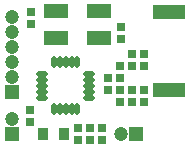
<source format=gbs>
%FSLAX25Y25*%
%MOIN*%
G70*
G01*
G75*
G04 Layer_Color=16711935*
%ADD10R,0.12992X0.12992*%
%ADD11O,0.02756X0.00984*%
%ADD12O,0.00984X0.02756*%
%ADD13R,0.02953X0.03543*%
%ADD14R,0.02362X0.02362*%
%ADD15R,0.04134X0.05906*%
%ADD16R,0.02362X0.02362*%
%ADD17R,0.04724X0.02362*%
%ADD18C,0.00600*%
%ADD19C,0.01000*%
%ADD20C,0.00800*%
%ADD21C,0.02000*%
%ADD22R,0.01575X0.00192*%
%ADD23R,0.00353X0.00189*%
%ADD24C,0.03937*%
%ADD25R,0.03937X0.03937*%
%ADD26R,0.03937X0.03937*%
%ADD27C,0.02400*%
%ADD28C,0.04000*%
%ADD29R,0.13000X0.57500*%
%ADD30C,0.04362*%
G04:AMPARAMS|DCode=31|XSize=47.622mil|YSize=47.622mil|CornerRadius=0mil|HoleSize=0mil|Usage=FLASHONLY|Rotation=0.000|XOffset=0mil|YOffset=0mil|HoleType=Round|Shape=Relief|Width=10mil|Gap=4mil|Entries=4|*
%AMTHD31*
7,0,0,0.04762,0.03962,0.01000,45*
%
%ADD31THD31*%
%ADD32C,0.03200*%
G04:AMPARAMS|DCode=33|XSize=36mil|YSize=36mil|CornerRadius=0mil|HoleSize=0mil|Usage=FLASHONLY|Rotation=0.000|XOffset=0mil|YOffset=0mil|HoleType=Round|Shape=Relief|Width=10mil|Gap=4mil|Entries=4|*
%AMTHD33*
7,0,0,0.03600,0.02800,0.01000,45*
%
%ADD33THD33*%
%ADD34R,0.10000X0.04000*%
%ADD35O,0.01181X0.03150*%
%ADD36O,0.03150X0.01181*%
%ADD37R,0.07480X0.04331*%
%ADD38R,0.00503X0.00180*%
%ADD39R,0.00237X0.00346*%
%ADD40R,0.00628X0.00256*%
%ADD41R,0.00542X0.00559*%
%ADD42R,0.00369X0.00562*%
%ADD43C,0.00984*%
%ADD44C,0.00787*%
%ADD45R,0.08992X0.08992*%
%ADD46R,0.13792X0.13792*%
%ADD47O,0.03256X0.01484*%
%ADD48O,0.01484X0.03256*%
%ADD49R,0.03753X0.04343*%
%ADD50R,0.03162X0.03162*%
%ADD51R,0.04934X0.06706*%
%ADD52R,0.03162X0.03162*%
%ADD53R,0.05524X0.03162*%
%ADD54C,0.04737*%
%ADD55R,0.04737X0.04737*%
%ADD56R,0.04737X0.04737*%
%ADD57R,0.10800X0.04800*%
%ADD58O,0.01981X0.03950*%
%ADD59O,0.03950X0.01981*%
%ADD60R,0.08280X0.05131*%
D49*
X818555Y372000D02*
D03*
X825445D02*
D03*
D50*
X838000Y370031D02*
D03*
Y373969D02*
D03*
X844000Y382531D02*
D03*
Y386469D02*
D03*
X852000D02*
D03*
Y382531D02*
D03*
X848000D02*
D03*
Y386469D02*
D03*
X844000Y394468D02*
D03*
Y390531D02*
D03*
X840000Y386531D02*
D03*
Y390469D02*
D03*
X814000Y376031D02*
D03*
Y379969D02*
D03*
X830000Y373969D02*
D03*
Y370031D02*
D03*
X834000Y373969D02*
D03*
Y370031D02*
D03*
X848000Y394531D02*
D03*
Y398468D02*
D03*
X852000Y394531D02*
D03*
Y398468D02*
D03*
X814500Y412468D02*
D03*
Y408532D02*
D03*
X844500Y403532D02*
D03*
Y407469D02*
D03*
D54*
X808000Y411000D02*
D03*
Y406000D02*
D03*
Y401000D02*
D03*
Y396000D02*
D03*
Y391000D02*
D03*
Y377000D02*
D03*
X844500Y372000D02*
D03*
D55*
X808000Y386000D02*
D03*
Y372000D02*
D03*
D56*
X849500D02*
D03*
D57*
X860500Y386500D02*
D03*
Y412500D02*
D03*
D58*
X822063Y380126D02*
D03*
X824032D02*
D03*
X826000D02*
D03*
X827969D02*
D03*
X829937D02*
D03*
Y395874D02*
D03*
X827969D02*
D03*
X826000D02*
D03*
X824032D02*
D03*
X822063D02*
D03*
D59*
X833874Y384063D02*
D03*
Y386032D02*
D03*
Y388000D02*
D03*
Y389968D02*
D03*
Y391937D02*
D03*
X818126D02*
D03*
Y389968D02*
D03*
Y388000D02*
D03*
Y386032D02*
D03*
Y384063D02*
D03*
D60*
X837284Y413028D02*
D03*
X822717D02*
D03*
Y403972D02*
D03*
X837284D02*
D03*
M02*

</source>
